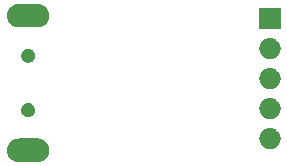
<source format=gbs>
G04 #@! TF.GenerationSoftware,KiCad,Pcbnew,7.0.6*
G04 #@! TF.CreationDate,2023-08-23T21:48:07+08:00*
G04 #@! TF.ProjectId,USB_TTL,5553425f-5454-44c2-9e6b-696361645f70,rev?*
G04 #@! TF.SameCoordinates,Original*
G04 #@! TF.FileFunction,Soldermask,Bot*
G04 #@! TF.FilePolarity,Negative*
%FSLAX46Y46*%
G04 Gerber Fmt 4.6, Leading zero omitted, Abs format (unit mm)*
G04 Created by KiCad (PCBNEW 7.0.6) date 2023-08-23 21:48:07*
%MOMM*%
%LPD*%
G01*
G04 APERTURE LIST*
G04 APERTURE END LIST*
G36*
X169472168Y-89287131D02*
G01*
X169519586Y-89296875D01*
X169566042Y-89301451D01*
X169616855Y-89316864D01*
X169670363Y-89327861D01*
X169711983Y-89345721D01*
X169753591Y-89358343D01*
X169803252Y-89384887D01*
X169856302Y-89407653D01*
X169890917Y-89431746D01*
X169926433Y-89450730D01*
X169972449Y-89488494D01*
X170022372Y-89523242D01*
X170049273Y-89551542D01*
X170077935Y-89575064D01*
X170117750Y-89623579D01*
X170161776Y-89669894D01*
X170180775Y-89700376D01*
X170202269Y-89726566D01*
X170233387Y-89784783D01*
X170268805Y-89841606D01*
X170280187Y-89872339D01*
X170294656Y-89899408D01*
X170314770Y-89965717D01*
X170339077Y-90031347D01*
X170343564Y-90060638D01*
X170351548Y-90086957D01*
X170358662Y-90159193D01*
X170369717Y-90231351D01*
X170368375Y-90257806D01*
X170370758Y-90281999D01*
X170363315Y-90357560D01*
X170359468Y-90433428D01*
X170353618Y-90456020D01*
X170351548Y-90477042D01*
X170328521Y-90552951D01*
X170308752Y-90629305D01*
X170299862Y-90647427D01*
X170294656Y-90664591D01*
X170255623Y-90737615D01*
X170219644Y-90810964D01*
X170209216Y-90824435D01*
X170202269Y-90837433D01*
X170147463Y-90904214D01*
X170095793Y-90970967D01*
X170085260Y-90980008D01*
X170077935Y-90988935D01*
X170008141Y-91046212D01*
X169942268Y-91102763D01*
X169932896Y-91107964D01*
X169926433Y-91113269D01*
X169842821Y-91157960D01*
X169765356Y-91200958D01*
X169758151Y-91203218D01*
X169753591Y-91205656D01*
X169656858Y-91234999D01*
X169572299Y-91261530D01*
X169567934Y-91261973D01*
X169566042Y-91262548D01*
X169446617Y-91274310D01*
X169371000Y-91282000D01*
X169368546Y-91282000D01*
X167773454Y-91282000D01*
X167771000Y-91282000D01*
X167669832Y-91276869D01*
X167622407Y-91267123D01*
X167575957Y-91262548D01*
X167525152Y-91247136D01*
X167471637Y-91236139D01*
X167430011Y-91218276D01*
X167388408Y-91205656D01*
X167338752Y-91179114D01*
X167285698Y-91156347D01*
X167251079Y-91132251D01*
X167215566Y-91113269D01*
X167169551Y-91075506D01*
X167119628Y-91040758D01*
X167092725Y-91012456D01*
X167064064Y-90988935D01*
X167024248Y-90940419D01*
X166980224Y-90894106D01*
X166961224Y-90863624D01*
X166939730Y-90837433D01*
X166908609Y-90779211D01*
X166873195Y-90722394D01*
X166861813Y-90691663D01*
X166847343Y-90664591D01*
X166827225Y-90598271D01*
X166802923Y-90532653D01*
X166798436Y-90503366D01*
X166790451Y-90477042D01*
X166783334Y-90404790D01*
X166772283Y-90332649D01*
X166773624Y-90306199D01*
X166771241Y-90281999D01*
X166778685Y-90206415D01*
X166782532Y-90130572D01*
X166788379Y-90107986D01*
X166790451Y-90086957D01*
X166813486Y-90011019D01*
X166833248Y-89934695D01*
X166842134Y-89916579D01*
X166847343Y-89899408D01*
X166886393Y-89826349D01*
X166922356Y-89753036D01*
X166932778Y-89739571D01*
X166939730Y-89726566D01*
X166994567Y-89659746D01*
X167046207Y-89593033D01*
X167056733Y-89583996D01*
X167064064Y-89575064D01*
X167133906Y-89517746D01*
X167199732Y-89461237D01*
X167209096Y-89456038D01*
X167215566Y-89450730D01*
X167299253Y-89405997D01*
X167376644Y-89363042D01*
X167383841Y-89360783D01*
X167388408Y-89358343D01*
X167485266Y-89328961D01*
X167569701Y-89302470D01*
X167574058Y-89302026D01*
X167575957Y-89301451D01*
X167695518Y-89289675D01*
X167771000Y-89282000D01*
X169371000Y-89282000D01*
X169472168Y-89287131D01*
G37*
G36*
X189093607Y-88390930D02*
G01*
X189140076Y-88390930D01*
X189180202Y-88399459D01*
X189221533Y-88403530D01*
X189273460Y-88419282D01*
X189324115Y-88430049D01*
X189356527Y-88444479D01*
X189390321Y-88454731D01*
X189444023Y-88483435D01*
X189496000Y-88506577D01*
X189520165Y-88524134D01*
X189545878Y-88537878D01*
X189598333Y-88580927D01*
X189648218Y-88617170D01*
X189664412Y-88635155D01*
X189682225Y-88649774D01*
X189730089Y-88708097D01*
X189774115Y-88756993D01*
X189783365Y-88773015D01*
X189794121Y-88786121D01*
X189833908Y-88860557D01*
X189868191Y-88919937D01*
X189872134Y-88932074D01*
X189877268Y-88941678D01*
X189905568Y-89034971D01*
X189926333Y-89098879D01*
X189927064Y-89105834D01*
X189928469Y-89110466D01*
X189942152Y-89249397D01*
X189946000Y-89286000D01*
X189942150Y-89322629D01*
X189928469Y-89461533D01*
X189927064Y-89466164D01*
X189926333Y-89473121D01*
X189905563Y-89537042D01*
X189877268Y-89630321D01*
X189872135Y-89639923D01*
X189868191Y-89652063D01*
X189833901Y-89711454D01*
X189794121Y-89785878D01*
X189783367Y-89798981D01*
X189774115Y-89815007D01*
X189730080Y-89863912D01*
X189682225Y-89922225D01*
X189664415Y-89936840D01*
X189648218Y-89954830D01*
X189598323Y-89991080D01*
X189545878Y-90034121D01*
X189520171Y-90047861D01*
X189496000Y-90065423D01*
X189444012Y-90088569D01*
X189390321Y-90117268D01*
X189356534Y-90127517D01*
X189324115Y-90141951D01*
X189273449Y-90152720D01*
X189221533Y-90168469D01*
X189180210Y-90172538D01*
X189140076Y-90181070D01*
X189093597Y-90181070D01*
X189046000Y-90185758D01*
X188998403Y-90181070D01*
X188951924Y-90181070D01*
X188911789Y-90172539D01*
X188870466Y-90168469D01*
X188818546Y-90152719D01*
X188767885Y-90141951D01*
X188735467Y-90127517D01*
X188701678Y-90117268D01*
X188647981Y-90088566D01*
X188596000Y-90065423D01*
X188571831Y-90047863D01*
X188546121Y-90034121D01*
X188493667Y-89991074D01*
X188443782Y-89954830D01*
X188427587Y-89936843D01*
X188409774Y-89922225D01*
X188361908Y-89863899D01*
X188317885Y-89815007D01*
X188308634Y-89798985D01*
X188297878Y-89785878D01*
X188258085Y-89711431D01*
X188223809Y-89652063D01*
X188219866Y-89639928D01*
X188214731Y-89630321D01*
X188186421Y-89536996D01*
X188165667Y-89473121D01*
X188164936Y-89466169D01*
X188163530Y-89461533D01*
X188149833Y-89322478D01*
X188146000Y-89286000D01*
X188149831Y-89249548D01*
X188163530Y-89110466D01*
X188164936Y-89105829D01*
X188165667Y-89098879D01*
X188186416Y-89035017D01*
X188214731Y-88941678D01*
X188219866Y-88932069D01*
X188223809Y-88919937D01*
X188258078Y-88860581D01*
X188297878Y-88786121D01*
X188308636Y-88773011D01*
X188317885Y-88756993D01*
X188361898Y-88708110D01*
X188409774Y-88649774D01*
X188427590Y-88635152D01*
X188443782Y-88617170D01*
X188493657Y-88580933D01*
X188546121Y-88537878D01*
X188571836Y-88524132D01*
X188596000Y-88506577D01*
X188647970Y-88483438D01*
X188701678Y-88454731D01*
X188735474Y-88444478D01*
X188767885Y-88430049D01*
X188818535Y-88419282D01*
X188870466Y-88403530D01*
X188911798Y-88399459D01*
X188951924Y-88390930D01*
X188998393Y-88390930D01*
X189046000Y-88386241D01*
X189093607Y-88390930D01*
G37*
G36*
X189093607Y-85850930D02*
G01*
X189140076Y-85850930D01*
X189180202Y-85859459D01*
X189221533Y-85863530D01*
X189273460Y-85879282D01*
X189324115Y-85890049D01*
X189356527Y-85904479D01*
X189390321Y-85914731D01*
X189444023Y-85943435D01*
X189496000Y-85966577D01*
X189520165Y-85984134D01*
X189545878Y-85997878D01*
X189598333Y-86040927D01*
X189648218Y-86077170D01*
X189664412Y-86095155D01*
X189682225Y-86109774D01*
X189730089Y-86168097D01*
X189774115Y-86216993D01*
X189783365Y-86233015D01*
X189794121Y-86246121D01*
X189833908Y-86320557D01*
X189868191Y-86379937D01*
X189872134Y-86392074D01*
X189877268Y-86401678D01*
X189905568Y-86494971D01*
X189926333Y-86558879D01*
X189927064Y-86565834D01*
X189928469Y-86570466D01*
X189942151Y-86709385D01*
X189946000Y-86746000D01*
X189942151Y-86782617D01*
X189928469Y-86921533D01*
X189927064Y-86926164D01*
X189926333Y-86933121D01*
X189905563Y-86997042D01*
X189877268Y-87090321D01*
X189872135Y-87099923D01*
X189868191Y-87112063D01*
X189833901Y-87171454D01*
X189794121Y-87245878D01*
X189783367Y-87258981D01*
X189774115Y-87275007D01*
X189730080Y-87323912D01*
X189682225Y-87382225D01*
X189664415Y-87396840D01*
X189648218Y-87414830D01*
X189598323Y-87451080D01*
X189545878Y-87494121D01*
X189520171Y-87507861D01*
X189496000Y-87525423D01*
X189444012Y-87548569D01*
X189390321Y-87577268D01*
X189356534Y-87587517D01*
X189324115Y-87601951D01*
X189273449Y-87612720D01*
X189221533Y-87628469D01*
X189180210Y-87632538D01*
X189140076Y-87641070D01*
X189093597Y-87641070D01*
X189046000Y-87645758D01*
X188998403Y-87641070D01*
X188951924Y-87641070D01*
X188911789Y-87632539D01*
X188870466Y-87628469D01*
X188818546Y-87612719D01*
X188767885Y-87601951D01*
X188735467Y-87587517D01*
X188701678Y-87577268D01*
X188647981Y-87548566D01*
X188596000Y-87525423D01*
X188571831Y-87507863D01*
X188546121Y-87494121D01*
X188493667Y-87451074D01*
X188443782Y-87414830D01*
X188427587Y-87396843D01*
X188409774Y-87382225D01*
X188361908Y-87323899D01*
X188317885Y-87275007D01*
X188308634Y-87258985D01*
X188297878Y-87245878D01*
X188258085Y-87171431D01*
X188223809Y-87112063D01*
X188219866Y-87099928D01*
X188214731Y-87090321D01*
X188186421Y-86996996D01*
X188165667Y-86933121D01*
X188164936Y-86926169D01*
X188163530Y-86921533D01*
X188149832Y-86782466D01*
X188146000Y-86746000D01*
X188149832Y-86709536D01*
X188163530Y-86570466D01*
X188164936Y-86565829D01*
X188165667Y-86558879D01*
X188186416Y-86495017D01*
X188214731Y-86401678D01*
X188219866Y-86392069D01*
X188223809Y-86379937D01*
X188258078Y-86320581D01*
X188297878Y-86246121D01*
X188308636Y-86233011D01*
X188317885Y-86216993D01*
X188361898Y-86168110D01*
X188409774Y-86109774D01*
X188427590Y-86095152D01*
X188443782Y-86077170D01*
X188493657Y-86040933D01*
X188546121Y-85997878D01*
X188571836Y-85984132D01*
X188596000Y-85966577D01*
X188647970Y-85943438D01*
X188701678Y-85914731D01*
X188735474Y-85904478D01*
X188767885Y-85890049D01*
X188818535Y-85879282D01*
X188870466Y-85863530D01*
X188911798Y-85859459D01*
X188951924Y-85850930D01*
X188998393Y-85850930D01*
X189046000Y-85846241D01*
X189093607Y-85850930D01*
G37*
G36*
X168606995Y-86286739D02*
G01*
X168643278Y-86286739D01*
X168684880Y-86296993D01*
X168726291Y-86302445D01*
X168754638Y-86314186D01*
X168783632Y-86321333D01*
X168827591Y-86344404D01*
X168871000Y-86362385D01*
X168890804Y-86377581D01*
X168911629Y-86388511D01*
X168954202Y-86426228D01*
X168995264Y-86457736D01*
X169006935Y-86472946D01*
X169019832Y-86484372D01*
X169056821Y-86537959D01*
X169090615Y-86582000D01*
X169095707Y-86594293D01*
X169101948Y-86603335D01*
X169129020Y-86674719D01*
X169150555Y-86726709D01*
X169151521Y-86734050D01*
X169153209Y-86738500D01*
X169166278Y-86846140D01*
X169171000Y-86882000D01*
X169166278Y-86917862D01*
X169153209Y-87025499D01*
X169151521Y-87029947D01*
X169150555Y-87037291D01*
X169129015Y-87089291D01*
X169101948Y-87160664D01*
X169095708Y-87169703D01*
X169090615Y-87182000D01*
X169056814Y-87226049D01*
X169019832Y-87279627D01*
X169006937Y-87291050D01*
X168995264Y-87306264D01*
X168954194Y-87337777D01*
X168911629Y-87375488D01*
X168890808Y-87386415D01*
X168871000Y-87401615D01*
X168827582Y-87419598D01*
X168783632Y-87442666D01*
X168754642Y-87449811D01*
X168726291Y-87461555D01*
X168684877Y-87467007D01*
X168643278Y-87477261D01*
X168606995Y-87477261D01*
X168571000Y-87482000D01*
X168535005Y-87477261D01*
X168498722Y-87477261D01*
X168457121Y-87467007D01*
X168415709Y-87461555D01*
X168387358Y-87449811D01*
X168358367Y-87442666D01*
X168314412Y-87419596D01*
X168271000Y-87401615D01*
X168251193Y-87386417D01*
X168230370Y-87375488D01*
X168187798Y-87337772D01*
X168146736Y-87306264D01*
X168135064Y-87291053D01*
X168122167Y-87279627D01*
X168085175Y-87226036D01*
X168051385Y-87182000D01*
X168046293Y-87169707D01*
X168040051Y-87160664D01*
X168012972Y-87089262D01*
X167991445Y-87037291D01*
X167990478Y-87029951D01*
X167988790Y-87025499D01*
X167975709Y-86917773D01*
X167971000Y-86882000D01*
X167975707Y-86846247D01*
X167988790Y-86738500D01*
X167990478Y-86734046D01*
X167991445Y-86726709D01*
X168012967Y-86674748D01*
X168040051Y-86603335D01*
X168046294Y-86594290D01*
X168051385Y-86582000D01*
X168085168Y-86537972D01*
X168122167Y-86484372D01*
X168135066Y-86472943D01*
X168146736Y-86457736D01*
X168187789Y-86426234D01*
X168230370Y-86388511D01*
X168251197Y-86377579D01*
X168271000Y-86362385D01*
X168314403Y-86344406D01*
X168358367Y-86321333D01*
X168387363Y-86314186D01*
X168415709Y-86302445D01*
X168457118Y-86296993D01*
X168498722Y-86286739D01*
X168535005Y-86286739D01*
X168571000Y-86282000D01*
X168606995Y-86286739D01*
G37*
G36*
X189093606Y-83310930D02*
G01*
X189140076Y-83310930D01*
X189180202Y-83319459D01*
X189221533Y-83323530D01*
X189273460Y-83339282D01*
X189324115Y-83350049D01*
X189356527Y-83364479D01*
X189390321Y-83374731D01*
X189444023Y-83403435D01*
X189496000Y-83426577D01*
X189520165Y-83444134D01*
X189545878Y-83457878D01*
X189598333Y-83500927D01*
X189648218Y-83537170D01*
X189664412Y-83555155D01*
X189682225Y-83569774D01*
X189730089Y-83628097D01*
X189774115Y-83676993D01*
X189783365Y-83693015D01*
X189794121Y-83706121D01*
X189833908Y-83780557D01*
X189868191Y-83839937D01*
X189872134Y-83852074D01*
X189877268Y-83861678D01*
X189905568Y-83954971D01*
X189926333Y-84018879D01*
X189927064Y-84025834D01*
X189928469Y-84030466D01*
X189942152Y-84169397D01*
X189946000Y-84206000D01*
X189942150Y-84242629D01*
X189928469Y-84381533D01*
X189927064Y-84386164D01*
X189926333Y-84393121D01*
X189905563Y-84457042D01*
X189877268Y-84550321D01*
X189872135Y-84559923D01*
X189868191Y-84572063D01*
X189833901Y-84631454D01*
X189794121Y-84705878D01*
X189783367Y-84718981D01*
X189774115Y-84735007D01*
X189730080Y-84783912D01*
X189682225Y-84842225D01*
X189664415Y-84856840D01*
X189648218Y-84874830D01*
X189598323Y-84911080D01*
X189545878Y-84954121D01*
X189520171Y-84967861D01*
X189496000Y-84985423D01*
X189444012Y-85008569D01*
X189390321Y-85037268D01*
X189356534Y-85047517D01*
X189324115Y-85061951D01*
X189273449Y-85072720D01*
X189221533Y-85088469D01*
X189180210Y-85092538D01*
X189140076Y-85101070D01*
X189093597Y-85101070D01*
X189046000Y-85105758D01*
X188998403Y-85101070D01*
X188951924Y-85101070D01*
X188911789Y-85092539D01*
X188870466Y-85088469D01*
X188818546Y-85072719D01*
X188767885Y-85061951D01*
X188735467Y-85047517D01*
X188701678Y-85037268D01*
X188647981Y-85008566D01*
X188596000Y-84985423D01*
X188571831Y-84967863D01*
X188546121Y-84954121D01*
X188493667Y-84911074D01*
X188443782Y-84874830D01*
X188427587Y-84856843D01*
X188409774Y-84842225D01*
X188361908Y-84783899D01*
X188317885Y-84735007D01*
X188308634Y-84718985D01*
X188297878Y-84705878D01*
X188258085Y-84631431D01*
X188223809Y-84572063D01*
X188219866Y-84559928D01*
X188214731Y-84550321D01*
X188186421Y-84456996D01*
X188165667Y-84393121D01*
X188164936Y-84386169D01*
X188163530Y-84381533D01*
X188149833Y-84242478D01*
X188146000Y-84206000D01*
X188149831Y-84169548D01*
X188163530Y-84030466D01*
X188164936Y-84025829D01*
X188165667Y-84018879D01*
X188186416Y-83955017D01*
X188214731Y-83861678D01*
X188219866Y-83852069D01*
X188223809Y-83839937D01*
X188258078Y-83780581D01*
X188297878Y-83706121D01*
X188308636Y-83693011D01*
X188317885Y-83676993D01*
X188361898Y-83628110D01*
X188409774Y-83569774D01*
X188427590Y-83555152D01*
X188443782Y-83537170D01*
X188493657Y-83500933D01*
X188546121Y-83457878D01*
X188571836Y-83444132D01*
X188596000Y-83426577D01*
X188647970Y-83403438D01*
X188701678Y-83374731D01*
X188735474Y-83364478D01*
X188767885Y-83350049D01*
X188818535Y-83339282D01*
X188870466Y-83323530D01*
X188911798Y-83319458D01*
X188951924Y-83310930D01*
X188998392Y-83310930D01*
X189045999Y-83306241D01*
X189093606Y-83310930D01*
G37*
G36*
X168606995Y-81686739D02*
G01*
X168643278Y-81686739D01*
X168684880Y-81696993D01*
X168726291Y-81702445D01*
X168754638Y-81714186D01*
X168783632Y-81721333D01*
X168827591Y-81744404D01*
X168871000Y-81762385D01*
X168890804Y-81777581D01*
X168911629Y-81788511D01*
X168954202Y-81826228D01*
X168995264Y-81857736D01*
X169006935Y-81872946D01*
X169019832Y-81884372D01*
X169056821Y-81937959D01*
X169090615Y-81982000D01*
X169095707Y-81994293D01*
X169101948Y-82003335D01*
X169129020Y-82074719D01*
X169150555Y-82126709D01*
X169151521Y-82134050D01*
X169153209Y-82138500D01*
X169166278Y-82246140D01*
X169171000Y-82282000D01*
X169166278Y-82317862D01*
X169153209Y-82425499D01*
X169151521Y-82429947D01*
X169150555Y-82437291D01*
X169129015Y-82489291D01*
X169101948Y-82560664D01*
X169095708Y-82569703D01*
X169090615Y-82582000D01*
X169056814Y-82626049D01*
X169019832Y-82679627D01*
X169006937Y-82691050D01*
X168995264Y-82706264D01*
X168954194Y-82737777D01*
X168911629Y-82775488D01*
X168890808Y-82786415D01*
X168871000Y-82801615D01*
X168827582Y-82819598D01*
X168783632Y-82842666D01*
X168754642Y-82849811D01*
X168726291Y-82861555D01*
X168684877Y-82867007D01*
X168643278Y-82877261D01*
X168606995Y-82877261D01*
X168571000Y-82882000D01*
X168535005Y-82877261D01*
X168498722Y-82877261D01*
X168457121Y-82867007D01*
X168415709Y-82861555D01*
X168387358Y-82849811D01*
X168358367Y-82842666D01*
X168314412Y-82819596D01*
X168271000Y-82801615D01*
X168251193Y-82786417D01*
X168230370Y-82775488D01*
X168187798Y-82737772D01*
X168146736Y-82706264D01*
X168135064Y-82691053D01*
X168122167Y-82679627D01*
X168085175Y-82626036D01*
X168051385Y-82582000D01*
X168046293Y-82569707D01*
X168040051Y-82560664D01*
X168012972Y-82489262D01*
X167991445Y-82437291D01*
X167990478Y-82429951D01*
X167988790Y-82425499D01*
X167975709Y-82317773D01*
X167971000Y-82282000D01*
X167975707Y-82246247D01*
X167988790Y-82138500D01*
X167990478Y-82134046D01*
X167991445Y-82126709D01*
X168012967Y-82074748D01*
X168040051Y-82003335D01*
X168046294Y-81994290D01*
X168051385Y-81982000D01*
X168085168Y-81937972D01*
X168122167Y-81884372D01*
X168135066Y-81872943D01*
X168146736Y-81857736D01*
X168187789Y-81826234D01*
X168230370Y-81788511D01*
X168251197Y-81777579D01*
X168271000Y-81762385D01*
X168314403Y-81744406D01*
X168358367Y-81721333D01*
X168387363Y-81714186D01*
X168415709Y-81702445D01*
X168457118Y-81696993D01*
X168498722Y-81686739D01*
X168535005Y-81686739D01*
X168571000Y-81682000D01*
X168606995Y-81686739D01*
G37*
G36*
X189093606Y-80770930D02*
G01*
X189140076Y-80770930D01*
X189180202Y-80779459D01*
X189221533Y-80783530D01*
X189273460Y-80799282D01*
X189324115Y-80810049D01*
X189356527Y-80824479D01*
X189390321Y-80834731D01*
X189444023Y-80863435D01*
X189496000Y-80886577D01*
X189520165Y-80904134D01*
X189545878Y-80917878D01*
X189598333Y-80960927D01*
X189648218Y-80997170D01*
X189664412Y-81015155D01*
X189682225Y-81029774D01*
X189730089Y-81088097D01*
X189774115Y-81136993D01*
X189783365Y-81153015D01*
X189794121Y-81166121D01*
X189833908Y-81240557D01*
X189868191Y-81299937D01*
X189872134Y-81312074D01*
X189877268Y-81321678D01*
X189905568Y-81414971D01*
X189926333Y-81478879D01*
X189927064Y-81485834D01*
X189928469Y-81490466D01*
X189942151Y-81629385D01*
X189946000Y-81666000D01*
X189942151Y-81702617D01*
X189928469Y-81841533D01*
X189927064Y-81846164D01*
X189926333Y-81853121D01*
X189905563Y-81917042D01*
X189877268Y-82010321D01*
X189872135Y-82019923D01*
X189868191Y-82032063D01*
X189833901Y-82091454D01*
X189794121Y-82165878D01*
X189783367Y-82178981D01*
X189774115Y-82195007D01*
X189730080Y-82243912D01*
X189682225Y-82302225D01*
X189664415Y-82316840D01*
X189648218Y-82334830D01*
X189598323Y-82371080D01*
X189545878Y-82414121D01*
X189520171Y-82427861D01*
X189496000Y-82445423D01*
X189444012Y-82468569D01*
X189390321Y-82497268D01*
X189356534Y-82507517D01*
X189324115Y-82521951D01*
X189273449Y-82532720D01*
X189221533Y-82548469D01*
X189180210Y-82552538D01*
X189140076Y-82561070D01*
X189093597Y-82561070D01*
X189046000Y-82565758D01*
X188998403Y-82561070D01*
X188951924Y-82561070D01*
X188911789Y-82552539D01*
X188870466Y-82548469D01*
X188818546Y-82532719D01*
X188767885Y-82521951D01*
X188735467Y-82507517D01*
X188701678Y-82497268D01*
X188647981Y-82468566D01*
X188596000Y-82445423D01*
X188571831Y-82427863D01*
X188546121Y-82414121D01*
X188493667Y-82371074D01*
X188443782Y-82334830D01*
X188427587Y-82316843D01*
X188409774Y-82302225D01*
X188361908Y-82243899D01*
X188317885Y-82195007D01*
X188308634Y-82178985D01*
X188297878Y-82165878D01*
X188258085Y-82091431D01*
X188223809Y-82032063D01*
X188219866Y-82019928D01*
X188214731Y-82010321D01*
X188186421Y-81916996D01*
X188165667Y-81853121D01*
X188164936Y-81846169D01*
X188163530Y-81841533D01*
X188149832Y-81702466D01*
X188146000Y-81666000D01*
X188149832Y-81629536D01*
X188163530Y-81490466D01*
X188164936Y-81485829D01*
X188165667Y-81478879D01*
X188186416Y-81415017D01*
X188214731Y-81321678D01*
X188219866Y-81312069D01*
X188223809Y-81299937D01*
X188258078Y-81240581D01*
X188297878Y-81166121D01*
X188308636Y-81153011D01*
X188317885Y-81136993D01*
X188361898Y-81088110D01*
X188409774Y-81029774D01*
X188427590Y-81015152D01*
X188443782Y-80997170D01*
X188493657Y-80960933D01*
X188546121Y-80917878D01*
X188571836Y-80904132D01*
X188596000Y-80886577D01*
X188647970Y-80863438D01*
X188701678Y-80834731D01*
X188735474Y-80824478D01*
X188767885Y-80810049D01*
X188818535Y-80799282D01*
X188870466Y-80783530D01*
X188911798Y-80779458D01*
X188951924Y-80770930D01*
X188998392Y-80770930D01*
X189045999Y-80766241D01*
X189093606Y-80770930D01*
G37*
G36*
X189915134Y-78229806D02*
G01*
X189931355Y-78240645D01*
X189942194Y-78256866D01*
X189946000Y-78276000D01*
X189946000Y-79976000D01*
X189942194Y-79995134D01*
X189931355Y-80011355D01*
X189915134Y-80022194D01*
X189896000Y-80026000D01*
X188196000Y-80026000D01*
X188176866Y-80022194D01*
X188160645Y-80011355D01*
X188149806Y-79995134D01*
X188146000Y-79976000D01*
X188146000Y-78276000D01*
X188149806Y-78256866D01*
X188160645Y-78240645D01*
X188176866Y-78229806D01*
X188196000Y-78226000D01*
X189896000Y-78226000D01*
X189915134Y-78229806D01*
G37*
G36*
X169472168Y-77887131D02*
G01*
X169519586Y-77896875D01*
X169566042Y-77901451D01*
X169616855Y-77916864D01*
X169670363Y-77927861D01*
X169711983Y-77945721D01*
X169753591Y-77958343D01*
X169803252Y-77984887D01*
X169856302Y-78007653D01*
X169890917Y-78031746D01*
X169926433Y-78050730D01*
X169972449Y-78088494D01*
X170022372Y-78123242D01*
X170049273Y-78151542D01*
X170077935Y-78175064D01*
X170117750Y-78223579D01*
X170161776Y-78269894D01*
X170180775Y-78300376D01*
X170202269Y-78326566D01*
X170233387Y-78384783D01*
X170268805Y-78441606D01*
X170280187Y-78472339D01*
X170294656Y-78499408D01*
X170314770Y-78565717D01*
X170339077Y-78631347D01*
X170343564Y-78660638D01*
X170351548Y-78686957D01*
X170358662Y-78759193D01*
X170369717Y-78831351D01*
X170368375Y-78857806D01*
X170370758Y-78881999D01*
X170363315Y-78957560D01*
X170359468Y-79033428D01*
X170353618Y-79056020D01*
X170351548Y-79077042D01*
X170328521Y-79152951D01*
X170308752Y-79229305D01*
X170299862Y-79247427D01*
X170294656Y-79264591D01*
X170255623Y-79337615D01*
X170219644Y-79410964D01*
X170209216Y-79424435D01*
X170202269Y-79437433D01*
X170147463Y-79504214D01*
X170095793Y-79570967D01*
X170085260Y-79580008D01*
X170077935Y-79588935D01*
X170008141Y-79646212D01*
X169942268Y-79702763D01*
X169932896Y-79707964D01*
X169926433Y-79713269D01*
X169842821Y-79757960D01*
X169765356Y-79800958D01*
X169758151Y-79803218D01*
X169753591Y-79805656D01*
X169656858Y-79834999D01*
X169572299Y-79861530D01*
X169567934Y-79861973D01*
X169566042Y-79862548D01*
X169446617Y-79874310D01*
X169371000Y-79882000D01*
X169368546Y-79882000D01*
X167773454Y-79882000D01*
X167771000Y-79882000D01*
X167669832Y-79876869D01*
X167622407Y-79867123D01*
X167575957Y-79862548D01*
X167525152Y-79847136D01*
X167471637Y-79836139D01*
X167430011Y-79818276D01*
X167388408Y-79805656D01*
X167338752Y-79779114D01*
X167285698Y-79756347D01*
X167251079Y-79732251D01*
X167215566Y-79713269D01*
X167169551Y-79675506D01*
X167119628Y-79640758D01*
X167092725Y-79612456D01*
X167064064Y-79588935D01*
X167024248Y-79540419D01*
X166980224Y-79494106D01*
X166961224Y-79463624D01*
X166939730Y-79437433D01*
X166908609Y-79379211D01*
X166873195Y-79322394D01*
X166861813Y-79291663D01*
X166847343Y-79264591D01*
X166827225Y-79198271D01*
X166802923Y-79132653D01*
X166798436Y-79103366D01*
X166790451Y-79077042D01*
X166783334Y-79004790D01*
X166772283Y-78932649D01*
X166773624Y-78906199D01*
X166771241Y-78881999D01*
X166778685Y-78806415D01*
X166782532Y-78730572D01*
X166788379Y-78707986D01*
X166790451Y-78686957D01*
X166813486Y-78611019D01*
X166833248Y-78534695D01*
X166842134Y-78516579D01*
X166847343Y-78499408D01*
X166886393Y-78426349D01*
X166922356Y-78353036D01*
X166932778Y-78339571D01*
X166939730Y-78326566D01*
X166994567Y-78259746D01*
X167046207Y-78193033D01*
X167056733Y-78183996D01*
X167064064Y-78175064D01*
X167133906Y-78117746D01*
X167199732Y-78061237D01*
X167209096Y-78056038D01*
X167215566Y-78050730D01*
X167299253Y-78005997D01*
X167376644Y-77963042D01*
X167383841Y-77960783D01*
X167388408Y-77958343D01*
X167485266Y-77928961D01*
X167569701Y-77902470D01*
X167574058Y-77902026D01*
X167575957Y-77901451D01*
X167695518Y-77889675D01*
X167771000Y-77882000D01*
X169371000Y-77882000D01*
X169472168Y-77887131D01*
G37*
M02*

</source>
